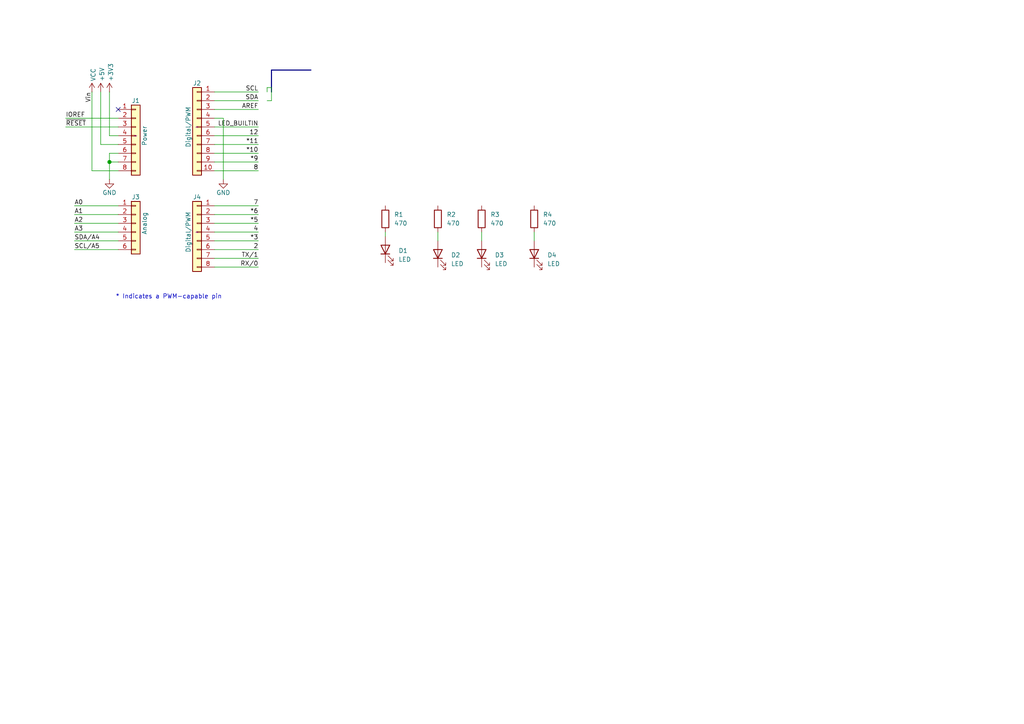
<source format=kicad_sch>
(kicad_sch (version 20250114) (generator "eeschema") (generator_version "9.0")
  (paper "A4")
  (title_block (title "Sensor board") (date "2026-02-10") (rev "${VERSION_NUMBER}") (company "INSA Toulouse") (comment 3 "Oscar Gil ; Pau Prat"))
  (lib_symbols
    (symbol "Connector_Generic:Conn_01x06" (pin_names (offset 1.016) (hide yes))
      (property "Reference" "J" (at 0 7.62 0))
      (property "Value" "Conn_01x06" (at 0 -10.16 0))
      (symbol "Conn_01x06_1_1"
        (rectangle (start -1.27 6.35) (end 1.27 -8.89) (stroke (width 0.254)) (fill (type background)))
        (rectangle (start -1.27 5.207) (end 0 4.953) (stroke (width 0.1524)))
        (rectangle (start -1.27 2.667) (end 0 2.413) (stroke (width 0.1524)))
        (rectangle (start -1.27 0.127) (end 0 -0.127) (stroke (width 0.1524)))
        (rectangle (start -1.27 -2.413) (end 0 -2.667) (stroke (width 0.1524)))
        (rectangle (start -1.27 -4.953) (end 0 -5.207) (stroke (width 0.1524)))
        (rectangle (start -1.27 -7.493) (end 0 -7.747) (stroke (width 0.1524)))
        (pin passive line (at -5.08 5.08 0) (length 3.81) (name "Pin_1") (number "1"))
        (pin passive line (at -5.08 2.54 0) (length 3.81) (name "Pin_2") (number "2"))
        (pin passive line (at -5.08 0 0) (length 3.81) (name "Pin_3") (number "3"))
        (pin passive line (at -5.08 -2.54 0) (length 3.81) (name "Pin_4") (number "4"))
        (pin passive line (at -5.08 -5.08 0) (length 3.81) (name "Pin_5") (number "5"))
        (pin passive line (at -5.08 -7.62 0) (length 3.81) (name "Pin_6") (number "6"))
      )
    )
    (symbol "Connector_Generic:Conn_01x08" (pin_names (offset 1.016) (hide yes))
      (property "Reference" "J" (at 0 10.16 0))
      (property "Value" "Conn_01x08" (at 0 -12.7 0))
      (symbol "Conn_01x08_1_1"
        (rectangle (start -1.27 8.89) (end 1.27 -11.43) (stroke (width 0.254)) (fill (type background)))
        (rectangle (start -1.27 7.747) (end 0 7.493) (stroke (width 0.1524)))
        (rectangle (start -1.27 5.207) (end 0 4.953) (stroke (width 0.1524)))
        (rectangle (start -1.27 2.667) (end 0 2.413) (stroke (width 0.1524)))
        (rectangle (start -1.27 0.127) (end 0 -0.127) (stroke (width 0.1524)))
        (rectangle (start -1.27 -2.413) (end 0 -2.667) (stroke (width 0.1524)))
        (rectangle (start -1.27 -4.953) (end 0 -5.207) (stroke (width 0.1524)))
        (rectangle (start -1.27 -7.493) (end 0 -7.747) (stroke (width 0.1524)))
        (rectangle (start -1.27 -10.033) (end 0 -10.287) (stroke (width 0.1524)))
        (pin passive line (at -5.08 7.62 0) (length 3.81) (name "Pin_1") (number "1"))
        (pin passive line (at -5.08 5.08 0) (length 3.81) (name "Pin_2") (number "2"))
        (pin passive line (at -5.08 2.54 0) (length 3.81) (name "Pin_3") (number "3"))
        (pin passive line (at -5.08 0 0) (length 3.81) (name "Pin_4") (number "4"))
        (pin passive line (at -5.08 -2.54 0) (length 3.81) (name "Pin_5") (number "5"))
        (pin passive line (at -5.08 -5.08 0) (length 3.81) (name "Pin_6") (number "6"))
        (pin passive line (at -5.08 -7.62 0) (length 3.81) (name "Pin_7") (number "7"))
        (pin passive line (at -5.08 -10.16 0) (length 3.81) (name "Pin_8") (number "8"))
      )
    )
    (symbol "Connector_Generic:Conn_01x10" (pin_names (offset 1.016) (hide yes))
      (property "Reference" "J" (at 0 12.7 0))
      (property "Value" "Conn_01x10" (at 0 -15.24 0))
      (symbol "Conn_01x10_1_1"
        (rectangle (start -1.27 11.43) (end 1.27 -13.97) (stroke (width 0.254)) (fill (type background)))
        (rectangle (start -1.27 10.287) (end 0 10.033) (stroke (width 0.1524)))
        (rectangle (start -1.27 7.747) (end 0 7.493) (stroke (width 0.1524)))
        (rectangle (start -1.27 5.207) (end 0 4.953) (stroke (width 0.1524)))
        (rectangle (start -1.27 2.667) (end 0 2.413) (stroke (width 0.1524)))
        (rectangle (start -1.27 0.127) (end 0 -0.127) (stroke (width 0.1524)))
        (rectangle (start -1.27 -2.413) (end 0 -2.667) (stroke (width 0.1524)))
        (rectangle (start -1.27 -4.953) (end 0 -5.207) (stroke (width 0.1524)))
        (rectangle (start -1.27 -7.493) (end 0 -7.747) (stroke (width 0.1524)))
        (rectangle (start -1.27 -10.033) (end 0 -10.287) (stroke (width 0.1524)))
        (rectangle (start -1.27 -12.573) (end 0 -12.827) (stroke (width 0.1524)))
        (pin passive line (at -5.08 10.16 0) (length 3.81) (name "Pin_1") (number "1"))
        (pin passive line (at -5.08 7.62 0) (length 3.81) (name "Pin_2") (number "2"))
        (pin passive line (at -5.08 5.08 0) (length 3.81) (name "Pin_3") (number "3"))
        (pin passive line (at -5.08 2.54 0) (length 3.81) (name "Pin_4") (number "4"))
        (pin passive line (at -5.08 0 0) (length 3.81) (name "Pin_5") (number "5"))
        (pin passive line (at -5.08 -2.54 0) (length 3.81) (name "Pin_6") (number "6"))
        (pin passive line (at -5.08 -5.08 0) (length 3.81) (name "Pin_7") (number "7"))
        (pin passive line (at -5.08 -7.62 0) (length 3.81) (name "Pin_8") (number "8"))
        (pin passive line (at -5.08 -10.16 0) (length 3.81) (name "Pin_9") (number "9"))
        (pin passive line (at -5.08 -12.7 0) (length 3.81) (name "Pin_10") (number "10"))
      )
    )
    (symbol "Device:LED" (pin_numbers (hide yes)) (pin_names (offset 1.016) (hide yes))
      (property "Reference" "D" (at 0 2.54 0))
      (property "Value" "LED" (at 0 -2.54 0))
      (symbol "LED_0_1"
        (polyline (pts (xy -3.048 -0.762) (xy -4.572 -2.286) (xy -3.81 -2.286) (xy -4.572 -2.286) (xy -4.572 -1.524)))
        (polyline (pts (xy -1.778 -0.762) (xy -3.302 -2.286) (xy -2.54 -2.286) (xy -3.302 -2.286) (xy -3.302 -1.524)))
        (polyline (pts (xy -1.27 0) (xy 1.27 0)))
        (polyline (pts (xy -1.27 -1.27) (xy -1.27 1.27)) (stroke (width 0.254)))
        (polyline (pts (xy 1.27 -1.27) (xy 1.27 1.27) (xy -1.27 0) (xy 1.27 -1.27)) (stroke (width 0.254)))
      )
      (symbol "LED_1_1"
        (pin passive line (at -3.81 0 0) (length 2.54) (name "K") (number "1"))
        (pin passive line (at 3.81 0 180) (length 2.54) (name "A") (number "2"))
      )
    )
    (symbol "Device:R" (pin_numbers (hide yes)) (pin_names (offset 0))
      (property "Reference" "R" (at 2.032 0 90))
      (property "Value" "R" (at 0 0 90))
      (symbol "R_0_1"
        (rectangle (start -1.016 -2.54) (end 1.016 2.54) (stroke (width 0.254)))
      )
      (symbol "R_1_1"
        (pin passive line (at 0 3.81 270) (length 1.27) (name "~") (number "1"))
        (pin passive line (at 0 -3.81 90) (length 1.27) (name "~") (number "2"))
      )
    )
    (symbol "power:+3V3" (power) (pin_numbers (hide yes)) (pin_names (offset 0) (hide yes))
      (property "Value" "+3V3" (at 0 3.556 0))
      (symbol "+3V3_0_1"
        (polyline (pts (xy -0.762 1.27) (xy 0 2.54)))
        (polyline (pts (xy 0 2.54) (xy 0.762 1.27)))
        (polyline (pts (xy 0 0) (xy 0 2.54)))
      )
      (symbol "+3V3_1_1"
        (pin power_in line (at 0 0 90) (length 0) (name "~") (number "1"))
      )
    )
    (symbol "power:+5V" (power) (pin_numbers (hide yes)) (pin_names (offset 0) (hide yes))
      (property "Value" "+5V" (at 0 3.556 0))
      (symbol "+5V_0_1"
        (polyline (pts (xy -0.762 1.27) (xy 0 2.54)))
        (polyline (pts (xy 0 2.54) (xy 0.762 1.27)))
        (polyline (pts (xy 0 0) (xy 0 2.54)))
      )
      (symbol "+5V_1_1"
        (pin power_in line (at 0 0 90) (length 0) (name "~") (number "1"))
      )
    )
    (symbol "power:GND" (power) (pin_numbers (hide yes)) (pin_names (offset 0) (hide yes))
      (property "Value" "GND" (at 0 -3.81 0))
      (symbol "GND_0_1"
        (polyline (pts (xy 0 0) (xy 0 -1.27) (xy 1.27 -1.27) (xy 0 -2.54) (xy -1.27 -1.27) (xy 0 -1.27)))
      )
      (symbol "GND_1_1"
        (pin power_in line (at 0 0 270) (length 0) (name "~") (number "1"))
      )
    )
    (symbol "power:VCC" (power) (pin_numbers (hide yes)) (pin_names (offset 0) (hide yes))
      (property "Value" "VCC" (at 0 3.556 0))
      (symbol "VCC_0_1"
        (polyline (pts (xy -0.762 1.27) (xy 0 2.54)))
        (polyline (pts (xy 0 2.54) (xy 0.762 1.27)))
        (polyline (pts (xy 0 0) (xy 0 2.54)))
      )
      (symbol "VCC_1_1"
        (pin power_in line (at 0 0 90) (length 0) (name "~") (number "1"))
      )
    )
  )
  (text "* Indicates a PWM-capable pin" (at 33.528 86.868 0) (effects (font (size 1.27 1.27)) (justify left bottom)))
  (junction (at 31.75 46.99) (diameter 1.016))
  (no_connect (at 34.29 31.75))
  (wire (pts (xy 62.23 77.47) (xy 74.93 77.47)))
  (wire (pts (xy 62.23 44.45) (xy 74.93 44.45)))
  (wire (pts (xy 62.23 26.67) (xy 74.93 26.67)))
  (wire (pts (xy 31.75 44.45) (xy 31.75 46.99)))
  (wire (pts (xy 21.59 72.39) (xy 34.29 72.39)))
  (wire (pts (xy 139.7 67.31) (xy 139.7 69.85)))
  (wire (pts (xy 31.75 46.99) (xy 31.75 52.07)))
  (wire (pts (xy 31.75 39.37) (xy 34.29 39.37)))
  (wire (pts (xy 29.21 41.91) (xy 34.29 41.91)))
  (wire (pts (xy 29.21 26.67) (xy 29.21 41.91)))
  (wire (pts (xy 62.23 36.83) (xy 74.93 36.83)))
  (wire (pts (xy 77.47 29.21) (xy 78.74 29.21)))
  (wire (pts (xy 31.75 26.67) (xy 31.75 39.37)))
  (wire (pts (xy 62.23 59.69) (xy 74.93 59.69)))
  (wire (pts (xy 34.29 59.69) (xy 21.59 59.69)))
  (wire (pts (xy 62.23 39.37) (xy 74.93 39.37)))
  (wire (pts (xy 62.23 62.23) (xy 74.93 62.23)))
  (wire (pts (xy 78.74 25.4) (xy 78.74 29.21)))
  (wire (pts (xy 62.23 46.99) (xy 74.93 46.99)))
  (wire (pts (xy 62.23 67.31) (xy 74.93 67.31)))
  (wire (pts (xy 19.05 34.29) (xy 34.29 34.29)))
  (bus (pts (xy 78.74 26.67) (xy 78.74 20.32)))
  (wire (pts (xy 64.77 34.29) (xy 64.77 52.07)))
  (wire (pts (xy 62.23 31.75) (xy 74.93 31.75)))
  (wire (pts (xy 34.29 64.77) (xy 21.59 64.77)))
  (wire (pts (xy 19.05 36.83) (xy 34.29 36.83)))
  (wire (pts (xy 77.47 26.67) (xy 77.47 25.4)))
  (wire (pts (xy 34.29 46.99) (xy 31.75 46.99)))
  (bus (pts (xy 78.74 20.32) (xy 90.17 20.32)))
  (wire (pts (xy 34.29 49.53) (xy 26.67 49.53)))
  (wire (pts (xy 21.59 62.23) (xy 34.29 62.23)))
  (wire (pts (xy 111.76 68.58) (xy 111.76 67.31)))
  (wire (pts (xy 62.23 34.29) (xy 64.77 34.29)))
  (wire (pts (xy 34.29 44.45) (xy 31.75 44.45)))
  (wire (pts (xy 62.23 41.91) (xy 74.93 41.91)))
  (wire (pts (xy 62.23 64.77) (xy 74.93 64.77)))
  (wire (pts (xy 21.59 67.31) (xy 34.29 67.31)))
  (wire (pts (xy 77.47 25.4) (xy 78.74 25.4)))
  (wire (pts (xy 154.94 67.31) (xy 154.94 69.85)))
  (wire (pts (xy 127 67.31) (xy 127 69.85)))
  (wire (pts (xy 62.23 29.21) (xy 74.93 29.21)))
  (wire (pts (xy 62.23 72.39) (xy 74.93 72.39)))
  (wire (pts (xy 62.23 69.85) (xy 74.93 69.85)))
  (wire (pts (xy 62.23 74.93) (xy 74.93 74.93)))
  (wire (pts (xy 26.67 49.53) (xy 26.67 26.67)))
  (wire (pts (xy 34.29 69.85) (xy 21.59 69.85)))
  (wire (pts (xy 62.23 49.53) (xy 74.93 49.53)))
  (label "RX{slash}0" (at 74.93 77.47 180))
  (label "A2" (at 21.59 64.77 0))
  (label "4" (at 74.93 67.31 180))
  (label "2" (at 74.93 72.39 180))
  (label "A3" (at 21.59 67.31 0))
  (label "LED_BUILTIN" (at 74.93 36.83 180))
  (label "12" (at 74.93 39.37 180))
  (label "~{RESET}" (at 19.05 36.83 0))
  (label "*10" (at 74.93 44.45 180))
  (label "7" (at 74.93 59.69 180))
  (label "SDA" (at 74.93 29.21 180))
  (label "8" (at 74.93 49.53 180))
  (label "*11" (at 74.93 41.91 180))
  (label "*3" (at 74.93 69.85 180))
  (label "A1" (at 21.59 62.23 0))
  (label "TX{slash}1" (at 74.93 74.93 180))
  (label "A0" (at 21.59 59.69 0))
  (label "AREF" (at 74.93 31.75 180))
  (label "Vin" (at 26.67 26.67 270))
  (label "*6" (at 74.93 62.23 180))
  (label "SCL" (at 74.93 26.67 180))
  (label "*9" (at 74.93 46.99 180))
  (label "*5" (at 74.93 64.77 180))
  (label "IOREF" (at 19.05 34.29 0))
  (label "SDA{slash}A4" (at 21.59 69.85 0))
  (label "SCL{slash}A5" (at 21.59 72.39 0))
  (symbol (lib_id "Connector_Generic:Conn_01x08") (at 39.37 39.37 0) (unit 1)
    (property "Reference" "J1" (at 39.37 29.21 0))
    (property "Value" "Power" (at 41.91 39.37 90))
    (property "Footprint" "Connector_PinSocket_2.54mm:PinSocket_1x08_P2.54mm_Vertical" (effects (hide yes)))
    (property "Datasheet" "~" (at 39.37 39.37 0))
    (property "Description" "Generic connector, single row, 01x08, script generated (kicad-library-utils/schlib/autogen/connector/)" (effects (hide yes)))
  )
  (symbol (lib_id "power:+3V3") (at 31.75 26.67 0) (unit 1)
    (property "Reference" "#PWR03" (effects (hide yes)))
    (property "Value" "+3V3" (at 32.131 23.622 90) (effects (justify left)))
    (property "Description" "Power symbol creates a global label with name \"+3V3\"" (effects (hide yes)))
  )
  (symbol (lib_id "power:+5V") (at 29.21 26.67 0) (unit 1)
    (property "Reference" "#PWR02" (effects (hide yes)))
    (property "Value" "+5V" (at 29.5656 23.622 90) (effects (justify left)))
    (property "Description" "Power symbol creates a global label with name \"+5V\"" (effects (hide yes)))
  )
  (symbol (lib_id "power:GND") (at 31.75 52.07 0) (unit 1)
    (property "Reference" "#PWR04" (effects (hide yes)))
    (property "Value" "GND" (at 31.75 55.88 0))
    (property "Description" "Power symbol creates a global label with name \"GND\" , ground" (effects (hide yes)))
  )
  (symbol (lib_id "Connector_Generic:Conn_01x10") (at 57.15 36.83 0) (mirror y) (unit 1)
    (property "Reference" "J2" (at 57.15 24.13 0))
    (property "Value" "Digital/PWM" (at 54.61 36.83 90))
    (property "Footprint" "Connector_PinSocket_2.54mm:PinSocket_1x10_P2.54mm_Vertical" (effects (hide yes)))
    (property "Datasheet" "~" (at 57.15 36.83 0))
    (property "Description" "Generic connector, single row, 01x10, script generated (kicad-library-utils/schlib/autogen/connector/)" (effects (hide yes)))
  )
  (symbol (lib_id "power:GND") (at 64.77 52.07 0) (unit 1)
    (property "Reference" "#PWR05" (effects (hide yes)))
    (property "Value" "GND" (at 64.77 55.88 0))
    (property "Description" "Power symbol creates a global label with name \"GND\" , ground" (effects (hide yes)))
  )
  (symbol (lib_id "Connector_Generic:Conn_01x06") (at 39.37 64.77 0) (unit 1)
    (property "Reference" "J3" (at 39.37 57.15 0))
    (property "Value" "Analog" (at 41.91 64.77 90))
    (property "Footprint" "Connector_PinSocket_2.54mm:PinSocket_1x06_P2.54mm_Vertical" (effects (hide yes)))
    (property "Description" "Generic connector, single row, 01x06, script generated (kicad-library-utils/schlib/autogen/connector/)" (effects (hide yes)))
  )
  (symbol (lib_id "Connector_Generic:Conn_01x08") (at 57.15 67.31 0) (mirror y) (unit 1)
    (property "Reference" "J4" (at 57.15 57.15 0))
    (property "Value" "Digital/PWM" (at 54.61 67.31 90))
    (property "Footprint" "Connector_PinSocket_2.54mm:PinSocket_1x08_P2.54mm_Vertical" (effects (hide yes)))
    (property "Datasheet" "~" (at 57.15 67.31 0))
    (property "Description" "Generic connector, single row, 01x08, script generated (kicad-library-utils/schlib/autogen/connector/)" (effects (hide yes)))
  )
  (symbol (lib_id "Device:LED") (at 111.76 72.39 90) (unit 1)
    (property "Reference" "D1" (at 115.57 72.7074 90) (effects (justify right)))
    (property "Value" "LED" (at 115.57 75.2474 90) (effects (justify right)))
    (property "Footprint" "LED_THT:LED_D5.0mm" (effects (hide yes)))
    (property "Description" "Light emitting diode" (effects (hide yes)))
    (property "Sim.Pins" "1=K 2=A" (effects (hide yes)))
  )
  (symbol (lib_id "Device:LED") (at 127 73.66 90) (unit 1)
    (property "Reference" "D2" (at 130.81 73.9774 90) (effects (justify right)))
    (property "Value" "LED" (at 130.81 76.5174 90) (effects (justify right)))
    (property "Footprint" "LED_THT:LED_D5.0mm" (effects (hide yes)))
    (property "Description" "Light emitting diode" (effects (hide yes)))
    (property "Sim.Pins" "1=K 2=A" (effects (hide yes)))
  )
  (symbol (lib_id "power:VCC") (at 26.67 26.67 0) (unit 1)
    (property "Reference" "#PWR01" (effects (hide yes)))
    (property "Value" "VCC" (at 27.051 23.622 90) (effects (justify left)))
    (property "Description" "Power symbol creates a global label with name \"VCC\"" (effects (hide yes)))
  )
  (symbol (lib_id "Device:LED") (at 139.7 73.66 90) (unit 1)
    (property "Reference" "D3" (at 143.51 73.9774 90) (effects (justify right)))
    (property "Value" "LED" (at 143.51 76.5174 90) (effects (justify right)))
    (property "Footprint" "LED_THT:LED_D5.0mm" (effects (hide yes)))
    (property "Description" "Light emitting diode" (effects (hide yes)))
    (property "Sim.Pins" "1=K 2=A" (effects (hide yes)))
  )
  (symbol (lib_id "Device:R") (at 154.94 63.5 0) (unit 1)
    (property "Reference" "R4" (at 157.48 62.2299 0) (effects (justify left)))
    (property "Value" "470" (at 157.48 64.7699 0) (effects (justify left)))
    (property "Footprint" "Resistor_THT:R_Axial_DIN0207_L6.3mm_D2.5mm_P10.16mm_Horizontal" (effects (hide yes)))
    (property "Description" "Resistor" (effects (hide yes)))
  )
  (symbol (lib_id "Device:LED") (at 154.94 73.66 90) (unit 1)
    (property "Reference" "D4" (at 158.75 73.9774 90) (effects (justify right)))
    (property "Value" "LED" (at 158.75 76.5174 90) (effects (justify right)))
    (property "Footprint" "LED_THT:LED_D5.0mm" (effects (hide yes)))
    (property "Description" "Light emitting diode" (effects (hide yes)))
    (property "Sim.Pins" "1=K 2=A" (effects (hide yes)))
  )
  (symbol (lib_id "Device:R") (at 127 63.5 0) (unit 1)
    (property "Reference" "R2" (at 129.54 62.2299 0) (effects (justify left)))
    (property "Value" "470" (at 129.54 64.7699 0) (effects (justify left)))
    (property "Footprint" "Resistor_THT:R_Axial_DIN0207_L6.3mm_D2.5mm_P10.16mm_Horizontal" (effects (hide yes)))
    (property "Description" "Resistor" (effects (hide yes)))
  )
  (symbol (lib_id "Device:R") (at 111.76 63.5 0) (unit 1)
    (property "Reference" "R1" (at 114.3 62.2299 0) (effects (justify left)))
    (property "Value" "470" (at 114.3 64.7699 0) (effects (justify left)))
    (property "Footprint" "Resistor_THT:R_Axial_DIN0207_L6.3mm_D2.5mm_P10.16mm_Horizontal" (effects (hide yes)))
    (property "Description" "Resistor" (effects (hide yes)))
  )
  (symbol (lib_id "Device:R") (at 139.7 63.5 0) (unit 1)
    (property "Reference" "R3" (at 142.24 62.2299 0) (effects (justify left)))
    (property "Value" "470" (at 142.24 64.7699 0) (effects (justify left)))
    (property "Footprint" "Resistor_THT:R_Axial_DIN0207_L6.3mm_D2.5mm_P10.16mm_Horizontal" (effects (hide yes)))
    (property "Description" "Resistor" (effects (hide yes)))
  )
)
</source>
